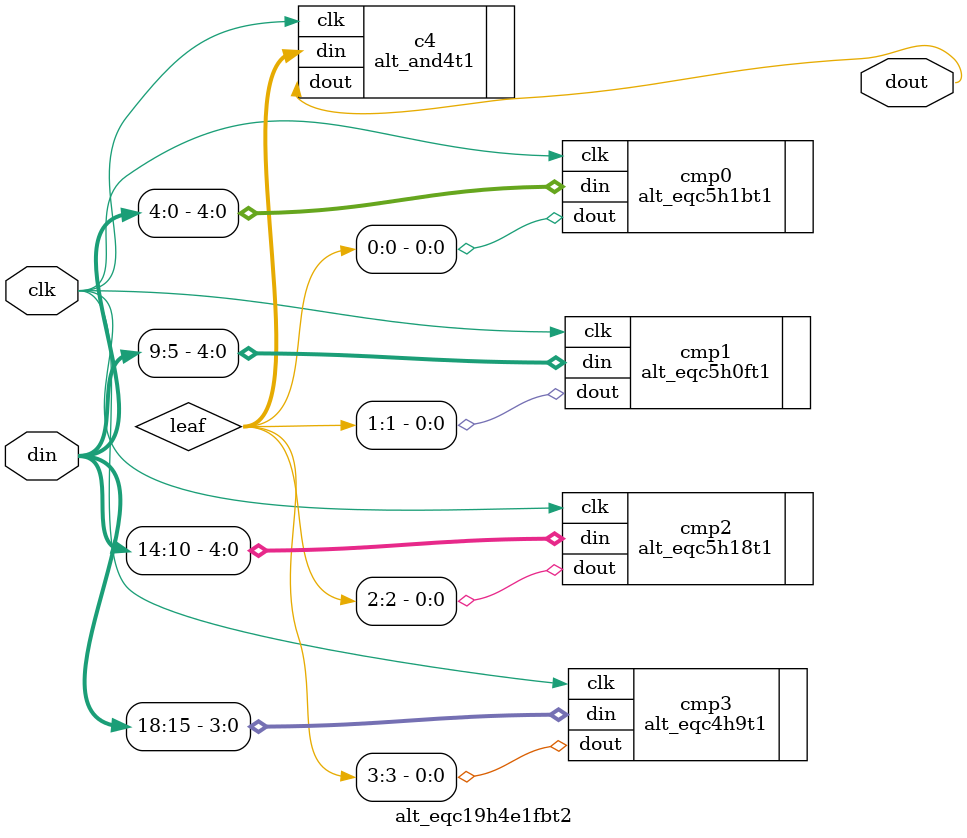
<source format=v>


`timescale 1ps/1ps


module alt_eqc19h4e1fbt2 #(
    parameter SIM_EMULATE = 1'b0
) (
    input clk,
    input [18:0] din,
    output dout
);

wire [3:0] leaf;

alt_eqc5h1bt1 cmp0 (
    .clk(clk),
    .din(din[4:0]),
    .dout(leaf[0])
);
defparam cmp0 .SIM_EMULATE = SIM_EMULATE;

alt_eqc5h0ft1 cmp1 (
    .clk(clk),
    .din(din[9:5]),
    .dout(leaf[1])
);
defparam cmp1 .SIM_EMULATE = SIM_EMULATE;

alt_eqc5h18t1 cmp2 (
    .clk(clk),
    .din(din[14:10]),
    .dout(leaf[2])
);
defparam cmp2 .SIM_EMULATE = SIM_EMULATE;

alt_eqc4h9t1 cmp3 (
    .clk(clk),
    .din(din[18:15]),
    .dout(leaf[3])
);
defparam cmp3 .SIM_EMULATE = SIM_EMULATE;

alt_and4t1 c4 (
    .clk(clk),
    .din(leaf),
    .dout(dout)
);
defparam c4 .SIM_EMULATE = SIM_EMULATE;

endmodule


</source>
